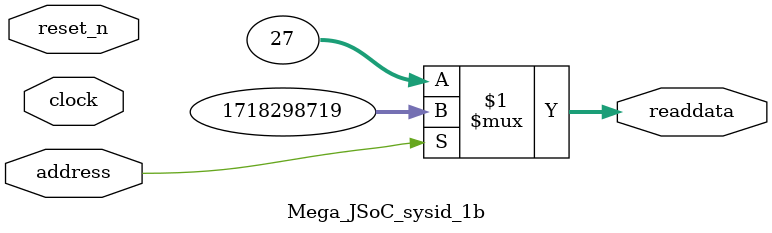
<source format=v>

`timescale 1ns / 1ps
// synthesis translate_on

// turn off superfluous verilog processor warnings 
// altera message_level Level1 
// altera message_off 10034 10035 10036 10037 10230 10240 10030 

module Mega_JSoC_sysid_1b (
               // inputs:
                address,
                clock,
                reset_n,

               // outputs:
                readdata
             )
;

  output  [ 31: 0] readdata;
  input            address;
  input            clock;
  input            reset_n;

  wire    [ 31: 0] readdata;
  //control_slave, which is an e_avalon_slave
  assign readdata = address ? 1718298719 : 27;

endmodule




</source>
